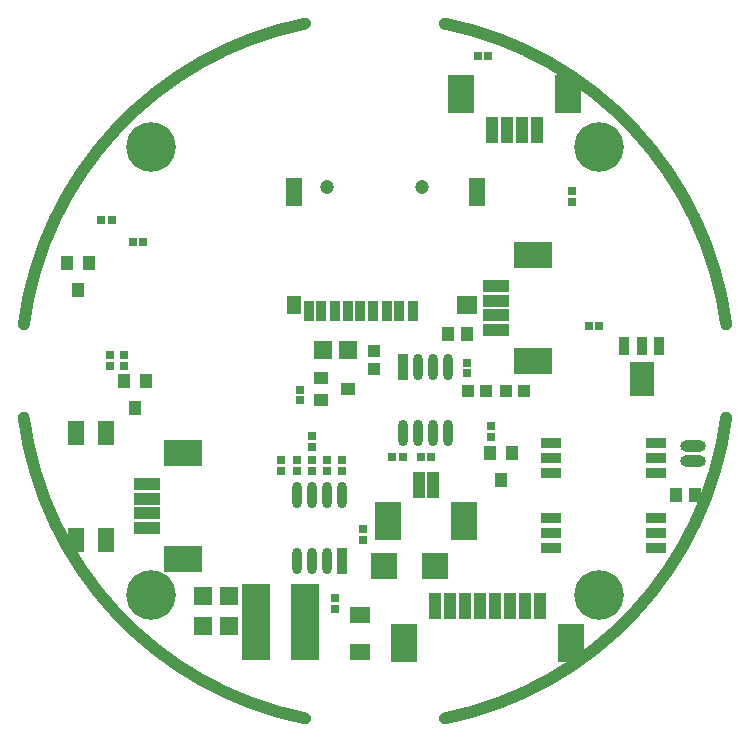
<source format=gbs>
%FSLAX44Y44*%
%MOMM*%
G71*
G01*
G75*
G04 Layer_Color=16711935*
%ADD10R,0.6000X0.5000*%
%ADD11R,0.5000X0.6000*%
%ADD12R,0.7000X0.6000*%
%ADD13R,1.0000X1.6000*%
G04:AMPARAMS|DCode=14|XSize=3mm|YSize=2.1mm|CornerRadius=0mm|HoleSize=0mm|Usage=FLASHONLY|Rotation=203.500|XOffset=0mm|YOffset=0mm|HoleType=Round|Shape=Rectangle|*
%AMROTATEDRECTD14*
4,1,4,0.9569,1.5610,1.7943,-0.3648,-0.9569,-1.5610,-1.7943,0.3648,0.9569,1.5610,0.0*
%
%ADD14ROTATEDRECTD14*%

G04:AMPARAMS|DCode=15|XSize=2.1mm|YSize=0.8mm|CornerRadius=0mm|HoleSize=0mm|Usage=FLASHONLY|Rotation=203.500|XOffset=0mm|YOffset=0mm|HoleType=Round|Shape=Rectangle|*
%AMROTATEDRECTD15*
4,1,4,0.8034,0.7855,1.1224,0.0519,-0.8034,-0.7855,-1.1224,-0.0519,0.8034,0.7855,0.0*
%
%ADD15ROTATEDRECTD15*%

G04:AMPARAMS|DCode=16|XSize=2mm|YSize=1.2mm|CornerRadius=0mm|HoleSize=0mm|Usage=FLASHONLY|Rotation=150.000|XOffset=0mm|YOffset=0mm|HoleType=Round|Shape=Rectangle|*
%AMROTATEDRECTD16*
4,1,4,1.1660,0.0196,0.5660,-1.0196,-1.1660,-0.0196,-0.5660,1.0196,1.1660,0.0196,0.0*
%
%ADD16ROTATEDRECTD16*%

%ADD17R,1.3500X0.3000*%
%ADD18R,1.3500X0.2500*%
%ADD19R,0.5000X1.7000*%
G04:AMPARAMS|DCode=20|XSize=0.32mm|YSize=1.7mm|CornerRadius=0.08mm|HoleSize=0mm|Usage=FLASHONLY|Rotation=0.000|XOffset=0mm|YOffset=0mm|HoleType=Round|Shape=RoundedRectangle|*
%AMROUNDEDRECTD20*
21,1,0.3200,1.5400,0,0,0.0*
21,1,0.1600,1.7000,0,0,0.0*
1,1,0.1600,0.0800,-0.7700*
1,1,0.1600,-0.0800,-0.7700*
1,1,0.1600,-0.0800,0.7700*
1,1,0.1600,0.0800,0.7700*
%
%ADD20ROUNDEDRECTD20*%
%ADD21R,0.4064X0.5500*%
%ADD22R,0.3048X0.5500*%
%ADD23R,1.3970X1.3970*%
%ADD24R,0.8890X1.0160*%
%ADD25C,0.2540*%
%ADD26C,1.0000*%
%ADD27C,0.6000*%
%ADD28C,0.4000*%
%ADD29C,0.3000*%
%ADD30C,0.5000*%
G04:AMPARAMS|DCode=31|XSize=4mm|YSize=4mm|CornerRadius=2mm|HoleSize=0mm|Usage=FLASHONLY|Rotation=0.000|XOffset=0mm|YOffset=0mm|HoleType=Round|Shape=RoundedRectangle|*
%AMROUNDEDRECTD31*
21,1,4.0000,0.0000,0,0,0.0*
21,1,0.0000,4.0000,0,0,0.0*
1,1,4.0000,0.0000,0.0000*
1,1,4.0000,0.0000,0.0000*
1,1,4.0000,0.0000,0.0000*
1,1,4.0000,0.0000,0.0000*
%
%ADD31ROUNDEDRECTD31*%
%ADD32O,2.0000X0.7500*%
%ADD33C,1.0000*%
%ADD34C,0.5000*%
%ADD35R,0.8128X0.8128*%
%ADD36R,2.1000X0.8000*%
%ADD37R,3.0000X2.1000*%
%ADD38R,0.8000X2.1000*%
%ADD39R,2.1000X3.0000*%
%ADD40R,0.6096X2.0320*%
%ADD41O,0.6096X2.0320*%
%ADD42R,1.3970X1.3970*%
%ADD43R,1.6000X1.2000*%
%ADD44R,2.1500X6.3000*%
%ADD45R,1.2000X1.8000*%
%ADD46R,0.8128X1.0668*%
%ADD47R,0.7000X1.4000*%
%ADD48R,1.8000X2.8000*%
%ADD49R,1.5200X0.7600*%
%ADD50R,1.0668X0.8128*%
%ADD51R,0.8128X0.8128*%
%ADD52R,1.2000X2.2000*%
%ADD53R,1.6000X1.4000*%
%ADD54R,1.1000X1.4000*%
%ADD55R,0.7000X1.6000*%
G04:AMPARAMS|DCode=56|XSize=2mm|YSize=2mm|CornerRadius=0mm|HoleSize=0mm|Usage=FLASHONLY|Rotation=180.000|XOffset=0mm|YOffset=0mm|HoleType=Round|Shape=RoundedRectangle|*
%AMROUNDEDRECTD56*
21,1,2.0000,2.0000,0,0,180.0*
21,1,2.0000,2.0000,0,0,180.0*
1,1,0.0000,-1.0000,1.0000*
1,1,0.0000,1.0000,1.0000*
1,1,0.0000,1.0000,-1.0000*
1,1,0.0000,-1.0000,-1.0000*
%
%ADD56ROUNDEDRECTD56*%
%ADD57C,0.8000*%
%ADD58C,0.1250*%
%ADD59C,0.1200*%
%ADD60R,0.8032X0.7032*%
%ADD61R,0.7032X0.8032*%
%ADD62R,0.9032X0.8032*%
%ADD63R,1.2032X1.8032*%
G04:AMPARAMS|DCode=64|XSize=3.2032mm|YSize=2.3032mm|CornerRadius=0mm|HoleSize=0mm|Usage=FLASHONLY|Rotation=203.500|XOffset=0mm|YOffset=0mm|HoleType=Round|Shape=Rectangle|*
%AMROTATEDRECTD64*
4,1,4,1.0096,1.6947,1.9280,-0.4174,-1.0096,-1.6947,-1.9280,0.4174,1.0096,1.6947,0.0*
%
%ADD64ROTATEDRECTD64*%

G04:AMPARAMS|DCode=65|XSize=2.3032mm|YSize=1.0032mm|CornerRadius=0mm|HoleSize=0mm|Usage=FLASHONLY|Rotation=203.500|XOffset=0mm|YOffset=0mm|HoleType=Round|Shape=Rectangle|*
%AMROTATEDRECTD65*
4,1,4,0.8561,0.9192,1.2561,-0.0008,-0.8561,-0.9192,-1.2561,0.0008,0.8561,0.9192,0.0*
%
%ADD65ROTATEDRECTD65*%

G04:AMPARAMS|DCode=66|XSize=2.2032mm|YSize=1.4032mm|CornerRadius=0mm|HoleSize=0mm|Usage=FLASHONLY|Rotation=150.000|XOffset=0mm|YOffset=0mm|HoleType=Round|Shape=Rectangle|*
%AMROTATEDRECTD66*
4,1,4,1.3048,0.0568,0.6032,-1.1584,-1.3048,-0.0568,-0.6032,1.1584,1.3048,0.0568,0.0*
%
%ADD66ROTATEDRECTD66*%

%ADD67R,1.5532X0.5032*%
%ADD68R,1.5532X0.4532*%
%ADD69R,0.7032X1.9032*%
G04:AMPARAMS|DCode=70|XSize=0.5232mm|YSize=1.9032mm|CornerRadius=0.1816mm|HoleSize=0mm|Usage=FLASHONLY|Rotation=0.000|XOffset=0mm|YOffset=0mm|HoleType=Round|Shape=RoundedRectangle|*
%AMROUNDEDRECTD70*
21,1,0.5232,1.5400,0,0,0.0*
21,1,0.1600,1.9032,0,0,0.0*
1,1,0.3632,0.0800,-0.7700*
1,1,0.3632,-0.0800,-0.7700*
1,1,0.3632,-0.0800,0.7700*
1,1,0.3632,0.0800,0.7700*
%
%ADD70ROUNDEDRECTD70*%
%ADD71R,0.6096X0.7532*%
%ADD72R,0.5080X0.7532*%
%ADD73R,1.6002X1.6002*%
%ADD74R,1.0922X1.2192*%
G04:AMPARAMS|DCode=75|XSize=4.2032mm|YSize=4.2032mm|CornerRadius=2.1016mm|HoleSize=0mm|Usage=FLASHONLY|Rotation=0.000|XOffset=0mm|YOffset=0mm|HoleType=Round|Shape=RoundedRectangle|*
%AMROUNDEDRECTD75*
21,1,4.2032,0.0000,0,0,0.0*
21,1,0.0000,4.2032,0,0,0.0*
1,1,4.2032,0.0000,0.0000*
1,1,4.2032,0.0000,0.0000*
1,1,4.2032,0.0000,0.0000*
1,1,4.2032,0.0000,0.0000*
%
%ADD75ROUNDEDRECTD75*%
%ADD76O,2.2032X0.9532*%
%ADD77C,1.2032*%
%ADD78R,1.0160X1.0160*%
%ADD79R,2.3032X1.0032*%
%ADD80R,3.2032X2.3032*%
%ADD81R,1.0032X2.3032*%
%ADD82R,2.3032X3.2032*%
%ADD83R,0.8128X2.2352*%
%ADD84O,0.8128X2.2352*%
%ADD85R,1.6002X1.6002*%
%ADD86R,1.8032X1.4032*%
%ADD87R,2.3532X6.5032*%
%ADD88R,1.4032X2.0032*%
%ADD89R,1.0160X1.2700*%
%ADD90R,0.9032X1.6032*%
%ADD91R,2.0032X3.0032*%
%ADD92R,1.7232X0.9632*%
%ADD93R,1.2700X1.0160*%
%ADD94R,1.0160X1.0160*%
%ADD95R,1.4032X2.4032*%
%ADD96R,1.8032X1.6032*%
%ADD97R,1.3032X1.6032*%
%ADD98R,0.9032X1.8032*%
G04:AMPARAMS|DCode=99|XSize=2.2032mm|YSize=2.2032mm|CornerRadius=0mm|HoleSize=0mm|Usage=FLASHONLY|Rotation=180.000|XOffset=0mm|YOffset=0mm|HoleType=Round|Shape=RoundedRectangle|*
%AMROUNDEDRECTD99*
21,1,2.2032,2.2032,0,0,180.0*
21,1,2.2032,2.2032,0,0,180.0*
1,1,0.0000,-1.1016,1.1016*
1,1,0.0000,1.1016,1.1016*
1,1,0.0000,1.1016,-1.1016*
1,1,0.0000,-1.1016,-1.1016*
%
%ADD99ROUNDEDRECTD99*%
D26*
X-59189Y294103D02*
G03*
X-297380Y39563I59189J-294103D01*
G01*
X297385Y39521D02*
G03*
X59128Y294116I-297385J-39521D01*
G01*
X-297380Y-39563D02*
G03*
X-59128Y-294116I297380J39563D01*
G01*
X59097Y-294122D02*
G03*
X297407Y-39355I-59097J294122D01*
G01*
D60*
X-40640Y-75510D02*
D03*
Y-84510D02*
D03*
X-79391Y-75510D02*
D03*
Y-84510D02*
D03*
X-66040Y-75510D02*
D03*
Y-84510D02*
D03*
X166370Y143092D02*
D03*
Y152092D02*
D03*
X-10160Y-133930D02*
D03*
Y-142930D02*
D03*
X-34290Y-201350D02*
D03*
Y-192350D02*
D03*
X-27940Y-75510D02*
D03*
Y-84510D02*
D03*
X-212141Y13390D02*
D03*
Y4390D02*
D03*
X-224790Y13390D02*
D03*
Y4390D02*
D03*
X-53340Y-55003D02*
D03*
Y-64003D02*
D03*
Y-75510D02*
D03*
Y-84510D02*
D03*
X77470Y7040D02*
D03*
Y-1960D02*
D03*
X97790Y-55609D02*
D03*
Y-46610D02*
D03*
X-63500Y-24820D02*
D03*
Y-15820D02*
D03*
D61*
X23550Y-72390D02*
D03*
X14550D02*
D03*
X47680D02*
D03*
X38680D02*
D03*
X86940Y267048D02*
D03*
X95940D02*
D03*
X-223011Y128270D02*
D03*
X-232010D02*
D03*
X-196160Y109109D02*
D03*
X-205160D02*
D03*
X180920Y38500D02*
D03*
X189920D02*
D03*
D74*
X270891Y-105002D02*
D03*
X254889D02*
D03*
X61898Y31750D02*
D03*
X77899D02*
D03*
D75*
X-190000Y-190000D02*
D03*
X190000D02*
D03*
Y190000D02*
D03*
X-190000D02*
D03*
D76*
X269240Y-63617D02*
D03*
Y-76223D02*
D03*
D77*
X39653Y155927D02*
D03*
X-40233Y155890D02*
D03*
D78*
X93980Y-17200D02*
D03*
X78740D02*
D03*
X110490D02*
D03*
X125730D02*
D03*
D79*
X-193300Y-95550D02*
D03*
Y-108050D02*
D03*
Y-120550D02*
D03*
Y-133050D02*
D03*
X102610Y72090D02*
D03*
Y59590D02*
D03*
Y47090D02*
D03*
Y34590D02*
D03*
D80*
X-162300Y-159300D02*
D03*
Y-69300D02*
D03*
X133610Y8340D02*
D03*
Y98340D02*
D03*
D81*
X50900Y-199130D02*
D03*
X63600D02*
D03*
X139600D02*
D03*
X126900D02*
D03*
X89000D02*
D03*
X101500D02*
D03*
X114200D02*
D03*
X76300D02*
D03*
X136860Y203921D02*
D03*
X124360Y203921D02*
D03*
X111860Y203921D02*
D03*
X99360D02*
D03*
X36930Y-96260D02*
D03*
X49430D02*
D03*
D82*
X24850Y-230130D02*
D03*
X165650D02*
D03*
X73110Y234921D02*
D03*
X163110Y234921D02*
D03*
X10680Y-127260D02*
D03*
X75680D02*
D03*
D83*
X23790Y3480D02*
D03*
X-27599Y-161150D02*
D03*
D84*
X36490Y3480D02*
D03*
X49190D02*
D03*
X61890D02*
D03*
Y-52400D02*
D03*
X49190D02*
D03*
X36490D02*
D03*
X23790D02*
D03*
X-40300Y-161150D02*
D03*
X-53000D02*
D03*
X-65700D02*
D03*
Y-105270D02*
D03*
X-53000D02*
D03*
X-40300D02*
D03*
X-27599D02*
D03*
D85*
X-145415Y-190239D02*
D03*
X-123825D02*
D03*
X-145415Y-215900D02*
D03*
X-123825D02*
D03*
X-22845Y17425D02*
D03*
X-44435D02*
D03*
D86*
X-12700Y-206250D02*
D03*
Y-238250D02*
D03*
D87*
X-59260Y-212090D02*
D03*
X-100760D02*
D03*
D88*
X-227950Y-142850D02*
D03*
X-253350Y-142850D02*
D03*
X-253350Y-52850D02*
D03*
X-227950D02*
D03*
D89*
X-203251Y-31712D02*
D03*
X-193713Y-8776D02*
D03*
X-212789D02*
D03*
X-251642Y68618D02*
D03*
X-242104Y91554D02*
D03*
X-261179D02*
D03*
X97092Y-69736D02*
D03*
X116167D02*
D03*
X106629Y-92672D02*
D03*
D90*
X210863Y21584D02*
D03*
X225863D02*
D03*
X240863D02*
D03*
D91*
X225863Y-6916D02*
D03*
D92*
X148590Y-60890D02*
D03*
Y-73590D02*
D03*
Y-86290D02*
D03*
Y-124390D02*
D03*
Y-137090D02*
D03*
Y-149790D02*
D03*
X237490Y-149930D02*
D03*
Y-137230D02*
D03*
Y-124530D02*
D03*
Y-86430D02*
D03*
Y-73730D02*
D03*
Y-61047D02*
D03*
D93*
X-45798Y-24829D02*
D03*
Y-5753D02*
D03*
X-22861Y-15291D02*
D03*
D94*
X-1270Y17240D02*
D03*
Y2000D02*
D03*
D95*
X86717Y151880D02*
D03*
X-68370Y151883D02*
D03*
D96*
X77707Y55883D02*
D03*
D97*
X-68313Y55793D02*
D03*
D98*
X31750Y50800D02*
D03*
X20697D02*
D03*
X9737D02*
D03*
X-1280D02*
D03*
X-12320D02*
D03*
X-23287D02*
D03*
X-34253D02*
D03*
X-45303D02*
D03*
X-56257D02*
D03*
D99*
X7210Y-165100D02*
D03*
X51210D02*
D03*
M02*

</source>
